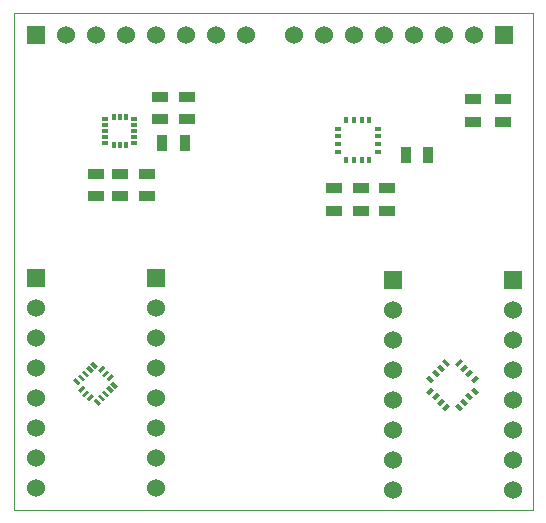
<source format=gts>
G04 (created by PCBNEW (2013-mar-13)-testing) date Sun 09 Jun 2013 10:01:08 PM EDT*
%MOIN*%
G04 Gerber Fmt 3.4, Leading zero omitted, Abs format*
%FSLAX34Y34*%
G01*
G70*
G90*
G04 APERTURE LIST*
%ADD10C,0.005906*%
%ADD11C,0.003937*%
%ADD12R,0.055000X0.035000*%
%ADD13R,0.035000X0.055000*%
%ADD14R,0.060000X0.060000*%
%ADD15C,0.060000*%
%ADD16R,0.023622X0.011811*%
%ADD17R,0.011811X0.023622*%
%ADD18R,0.023622X0.013780*%
%ADD19R,0.013780X0.023622*%
G04 APERTURE END LIST*
G54D10*
G54D11*
X54566Y-55826D02*
X71870Y-55826D01*
X54566Y-39251D02*
X54566Y-55826D01*
X71870Y-39251D02*
X71870Y-55826D01*
X54566Y-39251D02*
X71870Y-39251D01*
G54D12*
X58100Y-44625D03*
X58100Y-45375D03*
X57300Y-44625D03*
X57300Y-45375D03*
X59000Y-44625D03*
X59000Y-45375D03*
G54D13*
X59525Y-43600D03*
X60275Y-43600D03*
G54D12*
X67027Y-45097D03*
X67027Y-45847D03*
G54D13*
X67636Y-43996D03*
X68386Y-43996D03*
G54D12*
X66141Y-45097D03*
X66141Y-45847D03*
X65255Y-45097D03*
X65255Y-45847D03*
G54D14*
X55300Y-40000D03*
G54D15*
X56300Y-40000D03*
X57300Y-40000D03*
X58300Y-40000D03*
X59300Y-40000D03*
X60300Y-40000D03*
X61300Y-40000D03*
X62300Y-40000D03*
G54D14*
X70898Y-40000D03*
G54D15*
X69898Y-40000D03*
X68898Y-40000D03*
X67898Y-40000D03*
X66898Y-40000D03*
X65898Y-40000D03*
X64898Y-40000D03*
X63898Y-40000D03*
G54D12*
X60334Y-42796D03*
X60334Y-42046D03*
X59448Y-42796D03*
X59448Y-42046D03*
X70866Y-42894D03*
X70866Y-42144D03*
X69881Y-42894D03*
X69881Y-42144D03*
G54D14*
X55300Y-48100D03*
G54D15*
X55300Y-49100D03*
X55300Y-50100D03*
X55300Y-51100D03*
X55300Y-52100D03*
X55300Y-53100D03*
X55300Y-54100D03*
X55300Y-55100D03*
G54D14*
X59300Y-48100D03*
G54D15*
X59300Y-49100D03*
X59300Y-50100D03*
X59300Y-51100D03*
X59300Y-52100D03*
X59300Y-53100D03*
X59300Y-54100D03*
X59300Y-55100D03*
G54D10*
G36*
X56562Y-51510D02*
X56645Y-51426D01*
X56812Y-51593D01*
X56729Y-51677D01*
X56562Y-51510D01*
X56562Y-51510D01*
G37*
G36*
X56701Y-51371D02*
X56784Y-51287D01*
X56952Y-51454D01*
X56868Y-51538D01*
X56701Y-51371D01*
X56701Y-51371D01*
G37*
G36*
X56840Y-51232D02*
X56924Y-51148D01*
X57091Y-51315D01*
X57007Y-51399D01*
X56840Y-51232D01*
X56840Y-51232D01*
G37*
G36*
X56979Y-51092D02*
X57063Y-51009D01*
X57230Y-51176D01*
X57146Y-51259D01*
X56979Y-51092D01*
X56979Y-51092D01*
G37*
G36*
X57119Y-50953D02*
X57202Y-50870D01*
X57369Y-51037D01*
X57286Y-51120D01*
X57119Y-50953D01*
X57119Y-50953D01*
G37*
G36*
X57787Y-51621D02*
X57870Y-51538D01*
X58037Y-51705D01*
X57954Y-51788D01*
X57787Y-51621D01*
X57787Y-51621D01*
G37*
G36*
X57647Y-51760D02*
X57731Y-51677D01*
X57898Y-51844D01*
X57815Y-51928D01*
X57647Y-51760D01*
X57647Y-51760D01*
G37*
G36*
X57508Y-51900D02*
X57592Y-51816D01*
X57759Y-51983D01*
X57675Y-52067D01*
X57508Y-51900D01*
X57508Y-51900D01*
G37*
G36*
X57369Y-52039D02*
X57453Y-51955D01*
X57620Y-52122D01*
X57536Y-52206D01*
X57369Y-52039D01*
X57369Y-52039D01*
G37*
G36*
X57230Y-52178D02*
X57313Y-52095D01*
X57480Y-52262D01*
X57397Y-52345D01*
X57230Y-52178D01*
X57230Y-52178D01*
G37*
G36*
X57369Y-51176D02*
X57536Y-51009D01*
X57620Y-51092D01*
X57453Y-51259D01*
X57369Y-51176D01*
X57369Y-51176D01*
G37*
G36*
X57508Y-51315D02*
X57675Y-51148D01*
X57759Y-51232D01*
X57592Y-51399D01*
X57508Y-51315D01*
X57508Y-51315D01*
G37*
G36*
X57647Y-51454D02*
X57815Y-51287D01*
X57898Y-51371D01*
X57731Y-51538D01*
X57647Y-51454D01*
X57647Y-51454D01*
G37*
G36*
X56979Y-52122D02*
X57146Y-51955D01*
X57230Y-52039D01*
X57063Y-52206D01*
X56979Y-52122D01*
X56979Y-52122D01*
G37*
G36*
X56840Y-51983D02*
X57007Y-51816D01*
X57091Y-51900D01*
X56924Y-52067D01*
X56840Y-51983D01*
X56840Y-51983D01*
G37*
G36*
X56701Y-51844D02*
X56868Y-51677D01*
X56952Y-51760D01*
X56784Y-51928D01*
X56701Y-51844D01*
X56701Y-51844D01*
G37*
G54D16*
X58572Y-42806D03*
X58572Y-43003D03*
X58572Y-43200D03*
X58572Y-43396D03*
X58572Y-43593D03*
X57627Y-43593D03*
X57627Y-43396D03*
X57627Y-43200D03*
X57627Y-43003D03*
X57627Y-42806D03*
G54D17*
X58296Y-43672D03*
X58100Y-43672D03*
X57903Y-43672D03*
X57903Y-42727D03*
X58100Y-42727D03*
X58296Y-42727D03*
G54D18*
X66712Y-43120D03*
X66712Y-43375D03*
X66712Y-43631D03*
X66712Y-43887D03*
G54D19*
X66427Y-44173D03*
X66171Y-44173D03*
X65915Y-44173D03*
X65659Y-44173D03*
G54D18*
X65374Y-43887D03*
X65374Y-43631D03*
X65374Y-43375D03*
X65374Y-43120D03*
G54D19*
X65659Y-42834D03*
X65915Y-42834D03*
X66171Y-42834D03*
X66427Y-42834D03*
G54D14*
X67196Y-48157D03*
G54D15*
X67196Y-49157D03*
X67196Y-50157D03*
X67196Y-51157D03*
X67196Y-52157D03*
X67196Y-53157D03*
X67196Y-54157D03*
X67196Y-55157D03*
G54D14*
X71196Y-48157D03*
G54D15*
X71196Y-49157D03*
X71196Y-50157D03*
X71196Y-51157D03*
X71196Y-52157D03*
X71196Y-53157D03*
X71196Y-54157D03*
X71196Y-55157D03*
G54D10*
G36*
X68319Y-51420D02*
X68417Y-51323D01*
X68584Y-51490D01*
X68486Y-51587D01*
X68319Y-51420D01*
X68319Y-51420D01*
G37*
G36*
X68500Y-51239D02*
X68598Y-51142D01*
X68765Y-51309D01*
X68667Y-51406D01*
X68500Y-51239D01*
X68500Y-51239D01*
G37*
G36*
X68681Y-51058D02*
X68779Y-50961D01*
X68946Y-51128D01*
X68848Y-51225D01*
X68681Y-51058D01*
X68681Y-51058D01*
G37*
G36*
X68862Y-50877D02*
X68960Y-50780D01*
X69127Y-50947D01*
X69029Y-51045D01*
X68862Y-50877D01*
X68862Y-50877D01*
G37*
G36*
X69266Y-50947D02*
X69433Y-50780D01*
X69530Y-50877D01*
X69363Y-51045D01*
X69266Y-50947D01*
X69266Y-50947D01*
G37*
G36*
X69447Y-51128D02*
X69614Y-50961D01*
X69711Y-51058D01*
X69544Y-51225D01*
X69447Y-51128D01*
X69447Y-51128D01*
G37*
G36*
X69628Y-51309D02*
X69795Y-51142D01*
X69892Y-51239D01*
X69725Y-51406D01*
X69628Y-51309D01*
X69628Y-51309D01*
G37*
G36*
X69809Y-51490D02*
X69976Y-51323D01*
X70073Y-51420D01*
X69906Y-51587D01*
X69809Y-51490D01*
X69809Y-51490D01*
G37*
G36*
X69809Y-51824D02*
X69906Y-51727D01*
X70073Y-51894D01*
X69976Y-51991D01*
X69809Y-51824D01*
X69809Y-51824D01*
G37*
G36*
X69628Y-52005D02*
X69725Y-51908D01*
X69892Y-52075D01*
X69795Y-52172D01*
X69628Y-52005D01*
X69628Y-52005D01*
G37*
G36*
X69447Y-52186D02*
X69544Y-52088D01*
X69711Y-52256D01*
X69614Y-52353D01*
X69447Y-52186D01*
X69447Y-52186D01*
G37*
G36*
X69266Y-52367D02*
X69363Y-52269D01*
X69530Y-52436D01*
X69433Y-52534D01*
X69266Y-52367D01*
X69266Y-52367D01*
G37*
G36*
X68862Y-52436D02*
X69029Y-52269D01*
X69127Y-52367D01*
X68960Y-52534D01*
X68862Y-52436D01*
X68862Y-52436D01*
G37*
G36*
X68681Y-52256D02*
X68848Y-52088D01*
X68946Y-52186D01*
X68779Y-52353D01*
X68681Y-52256D01*
X68681Y-52256D01*
G37*
G36*
X68500Y-52075D02*
X68667Y-51908D01*
X68765Y-52005D01*
X68598Y-52172D01*
X68500Y-52075D01*
X68500Y-52075D01*
G37*
G36*
X68319Y-51894D02*
X68486Y-51727D01*
X68584Y-51824D01*
X68417Y-51991D01*
X68319Y-51894D01*
X68319Y-51894D01*
G37*
M02*

</source>
